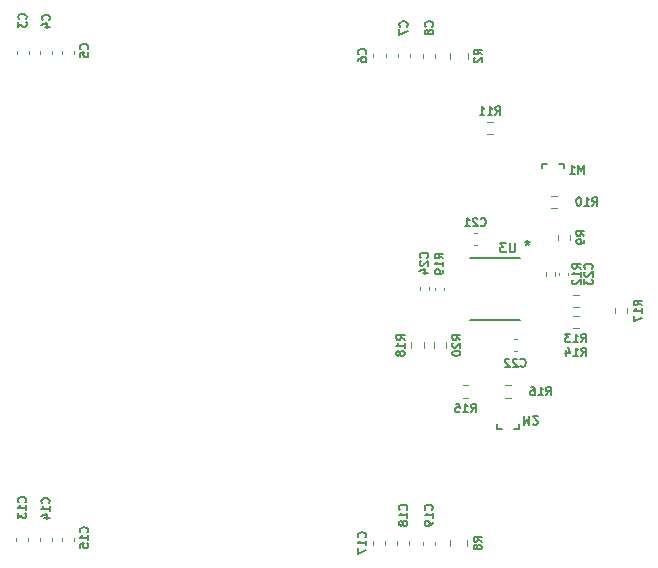
<source format=gbr>
%TF.GenerationSoftware,KiCad,Pcbnew,8.0.6*%
%TF.CreationDate,2025-05-16T11:43:59-04:00*%
%TF.ProjectId,PM5V_Telemetry_Cold_TPC,504d3556-5f54-4656-9c65-6d657472795f,rev?*%
%TF.SameCoordinates,Original*%
%TF.FileFunction,Legend,Bot*%
%TF.FilePolarity,Positive*%
%FSLAX46Y46*%
G04 Gerber Fmt 4.6, Leading zero omitted, Abs format (unit mm)*
G04 Created by KiCad (PCBNEW 8.0.6) date 2025-05-16 11:43:59*
%MOMM*%
%LPD*%
G01*
G04 APERTURE LIST*
%ADD10C,0.150000*%
%ADD11C,0.120000*%
%ADD12C,0.152400*%
G04 APERTURE END LIST*
D10*
X182791633Y-96408332D02*
X182458300Y-96174999D01*
X182791633Y-96008332D02*
X182091633Y-96008332D01*
X182091633Y-96008332D02*
X182091633Y-96274999D01*
X182091633Y-96274999D02*
X182124966Y-96341666D01*
X182124966Y-96341666D02*
X182158300Y-96374999D01*
X182158300Y-96374999D02*
X182224966Y-96408332D01*
X182224966Y-96408332D02*
X182324966Y-96408332D01*
X182324966Y-96408332D02*
X182391633Y-96374999D01*
X182391633Y-96374999D02*
X182424966Y-96341666D01*
X182424966Y-96341666D02*
X182458300Y-96274999D01*
X182458300Y-96274999D02*
X182458300Y-96008332D01*
X182391633Y-96808332D02*
X182358300Y-96741666D01*
X182358300Y-96741666D02*
X182324966Y-96708332D01*
X182324966Y-96708332D02*
X182258300Y-96674999D01*
X182258300Y-96674999D02*
X182224966Y-96674999D01*
X182224966Y-96674999D02*
X182158300Y-96708332D01*
X182158300Y-96708332D02*
X182124966Y-96741666D01*
X182124966Y-96741666D02*
X182091633Y-96808332D01*
X182091633Y-96808332D02*
X182091633Y-96941666D01*
X182091633Y-96941666D02*
X182124966Y-97008332D01*
X182124966Y-97008332D02*
X182158300Y-97041666D01*
X182158300Y-97041666D02*
X182224966Y-97074999D01*
X182224966Y-97074999D02*
X182258300Y-97074999D01*
X182258300Y-97074999D02*
X182324966Y-97041666D01*
X182324966Y-97041666D02*
X182358300Y-97008332D01*
X182358300Y-97008332D02*
X182391633Y-96941666D01*
X182391633Y-96941666D02*
X182391633Y-96808332D01*
X182391633Y-96808332D02*
X182424966Y-96741666D01*
X182424966Y-96741666D02*
X182458300Y-96708332D01*
X182458300Y-96708332D02*
X182524966Y-96674999D01*
X182524966Y-96674999D02*
X182658300Y-96674999D01*
X182658300Y-96674999D02*
X182724966Y-96708332D01*
X182724966Y-96708332D02*
X182758300Y-96741666D01*
X182758300Y-96741666D02*
X182791633Y-96808332D01*
X182791633Y-96808332D02*
X182791633Y-96941666D01*
X182791633Y-96941666D02*
X182758300Y-97008332D01*
X182758300Y-97008332D02*
X182724966Y-97041666D01*
X182724966Y-97041666D02*
X182658300Y-97074999D01*
X182658300Y-97074999D02*
X182524966Y-97074999D01*
X182524966Y-97074999D02*
X182458300Y-97041666D01*
X182458300Y-97041666D02*
X182424966Y-97008332D01*
X182424966Y-97008332D02*
X182391633Y-96941666D01*
X176254133Y-79339999D02*
X175920800Y-79106666D01*
X176254133Y-78939999D02*
X175554133Y-78939999D01*
X175554133Y-78939999D02*
X175554133Y-79206666D01*
X175554133Y-79206666D02*
X175587466Y-79273333D01*
X175587466Y-79273333D02*
X175620800Y-79306666D01*
X175620800Y-79306666D02*
X175687466Y-79339999D01*
X175687466Y-79339999D02*
X175787466Y-79339999D01*
X175787466Y-79339999D02*
X175854133Y-79306666D01*
X175854133Y-79306666D02*
X175887466Y-79273333D01*
X175887466Y-79273333D02*
X175920800Y-79206666D01*
X175920800Y-79206666D02*
X175920800Y-78939999D01*
X176254133Y-80006666D02*
X176254133Y-79606666D01*
X176254133Y-79806666D02*
X175554133Y-79806666D01*
X175554133Y-79806666D02*
X175654133Y-79739999D01*
X175654133Y-79739999D02*
X175720800Y-79673333D01*
X175720800Y-79673333D02*
X175754133Y-79606666D01*
X175854133Y-80406666D02*
X175820800Y-80340000D01*
X175820800Y-80340000D02*
X175787466Y-80306666D01*
X175787466Y-80306666D02*
X175720800Y-80273333D01*
X175720800Y-80273333D02*
X175687466Y-80273333D01*
X175687466Y-80273333D02*
X175620800Y-80306666D01*
X175620800Y-80306666D02*
X175587466Y-80340000D01*
X175587466Y-80340000D02*
X175554133Y-80406666D01*
X175554133Y-80406666D02*
X175554133Y-80540000D01*
X175554133Y-80540000D02*
X175587466Y-80606666D01*
X175587466Y-80606666D02*
X175620800Y-80640000D01*
X175620800Y-80640000D02*
X175687466Y-80673333D01*
X175687466Y-80673333D02*
X175720800Y-80673333D01*
X175720800Y-80673333D02*
X175787466Y-80640000D01*
X175787466Y-80640000D02*
X175820800Y-80606666D01*
X175820800Y-80606666D02*
X175854133Y-80540000D01*
X175854133Y-80540000D02*
X175854133Y-80406666D01*
X175854133Y-80406666D02*
X175887466Y-80340000D01*
X175887466Y-80340000D02*
X175920800Y-80306666D01*
X175920800Y-80306666D02*
X175987466Y-80273333D01*
X175987466Y-80273333D02*
X176120800Y-80273333D01*
X176120800Y-80273333D02*
X176187466Y-80306666D01*
X176187466Y-80306666D02*
X176220800Y-80340000D01*
X176220800Y-80340000D02*
X176254133Y-80406666D01*
X176254133Y-80406666D02*
X176254133Y-80540000D01*
X176254133Y-80540000D02*
X176220800Y-80606666D01*
X176220800Y-80606666D02*
X176187466Y-80640000D01*
X176187466Y-80640000D02*
X176120800Y-80673333D01*
X176120800Y-80673333D02*
X175987466Y-80673333D01*
X175987466Y-80673333D02*
X175920800Y-80640000D01*
X175920800Y-80640000D02*
X175887466Y-80606666D01*
X175887466Y-80606666D02*
X175854133Y-80540000D01*
X185597623Y-71122295D02*
X185597623Y-71769914D01*
X185597623Y-71769914D02*
X185559528Y-71846104D01*
X185559528Y-71846104D02*
X185521433Y-71884200D01*
X185521433Y-71884200D02*
X185445242Y-71922295D01*
X185445242Y-71922295D02*
X185292861Y-71922295D01*
X185292861Y-71922295D02*
X185216671Y-71884200D01*
X185216671Y-71884200D02*
X185178576Y-71846104D01*
X185178576Y-71846104D02*
X185140480Y-71769914D01*
X185140480Y-71769914D02*
X185140480Y-71122295D01*
X184835719Y-71122295D02*
X184340481Y-71122295D01*
X184340481Y-71122295D02*
X184607147Y-71427057D01*
X184607147Y-71427057D02*
X184492862Y-71427057D01*
X184492862Y-71427057D02*
X184416671Y-71465152D01*
X184416671Y-71465152D02*
X184378576Y-71503247D01*
X184378576Y-71503247D02*
X184340481Y-71579438D01*
X184340481Y-71579438D02*
X184340481Y-71769914D01*
X184340481Y-71769914D02*
X184378576Y-71846104D01*
X184378576Y-71846104D02*
X184416671Y-71884200D01*
X184416671Y-71884200D02*
X184492862Y-71922295D01*
X184492862Y-71922295D02*
X184721433Y-71922295D01*
X184721433Y-71922295D02*
X184797624Y-71884200D01*
X184797624Y-71884200D02*
X184835719Y-71846104D01*
X186655899Y-70898019D02*
X186655899Y-71136114D01*
X186893994Y-71040876D02*
X186655899Y-71136114D01*
X186655899Y-71136114D02*
X186417804Y-71040876D01*
X186798756Y-71326590D02*
X186655899Y-71136114D01*
X186655899Y-71136114D02*
X186513042Y-71326590D01*
X186655899Y-70898019D02*
X186655899Y-71136114D01*
X186893994Y-71040876D02*
X186655899Y-71136114D01*
X186655899Y-71136114D02*
X186417804Y-71040876D01*
X186798756Y-71326590D02*
X186655899Y-71136114D01*
X186655899Y-71136114D02*
X186513042Y-71326590D01*
X191193100Y-79526033D02*
X191426433Y-79192700D01*
X191593100Y-79526033D02*
X191593100Y-78826033D01*
X191593100Y-78826033D02*
X191326433Y-78826033D01*
X191326433Y-78826033D02*
X191259767Y-78859366D01*
X191259767Y-78859366D02*
X191226433Y-78892700D01*
X191226433Y-78892700D02*
X191193100Y-78959366D01*
X191193100Y-78959366D02*
X191193100Y-79059366D01*
X191193100Y-79059366D02*
X191226433Y-79126033D01*
X191226433Y-79126033D02*
X191259767Y-79159366D01*
X191259767Y-79159366D02*
X191326433Y-79192700D01*
X191326433Y-79192700D02*
X191593100Y-79192700D01*
X190526433Y-79526033D02*
X190926433Y-79526033D01*
X190726433Y-79526033D02*
X190726433Y-78826033D01*
X190726433Y-78826033D02*
X190793100Y-78926033D01*
X190793100Y-78926033D02*
X190859767Y-78992700D01*
X190859767Y-78992700D02*
X190926433Y-79026033D01*
X190293100Y-78826033D02*
X189859766Y-78826033D01*
X189859766Y-78826033D02*
X190093100Y-79092700D01*
X190093100Y-79092700D02*
X189993100Y-79092700D01*
X189993100Y-79092700D02*
X189926433Y-79126033D01*
X189926433Y-79126033D02*
X189893100Y-79159366D01*
X189893100Y-79159366D02*
X189859766Y-79226033D01*
X189859766Y-79226033D02*
X189859766Y-79392700D01*
X189859766Y-79392700D02*
X189893100Y-79459366D01*
X189893100Y-79459366D02*
X189926433Y-79492700D01*
X189926433Y-79492700D02*
X189993100Y-79526033D01*
X189993100Y-79526033D02*
X190193100Y-79526033D01*
X190193100Y-79526033D02*
X190259766Y-79492700D01*
X190259766Y-79492700D02*
X190293100Y-79459366D01*
X192097466Y-73299999D02*
X192130800Y-73266666D01*
X192130800Y-73266666D02*
X192164133Y-73166666D01*
X192164133Y-73166666D02*
X192164133Y-73099999D01*
X192164133Y-73099999D02*
X192130800Y-72999999D01*
X192130800Y-72999999D02*
X192064133Y-72933333D01*
X192064133Y-72933333D02*
X191997466Y-72899999D01*
X191997466Y-72899999D02*
X191864133Y-72866666D01*
X191864133Y-72866666D02*
X191764133Y-72866666D01*
X191764133Y-72866666D02*
X191630800Y-72899999D01*
X191630800Y-72899999D02*
X191564133Y-72933333D01*
X191564133Y-72933333D02*
X191497466Y-72999999D01*
X191497466Y-72999999D02*
X191464133Y-73099999D01*
X191464133Y-73099999D02*
X191464133Y-73166666D01*
X191464133Y-73166666D02*
X191497466Y-73266666D01*
X191497466Y-73266666D02*
X191530800Y-73299999D01*
X191530800Y-73566666D02*
X191497466Y-73599999D01*
X191497466Y-73599999D02*
X191464133Y-73666666D01*
X191464133Y-73666666D02*
X191464133Y-73833333D01*
X191464133Y-73833333D02*
X191497466Y-73899999D01*
X191497466Y-73899999D02*
X191530800Y-73933333D01*
X191530800Y-73933333D02*
X191597466Y-73966666D01*
X191597466Y-73966666D02*
X191664133Y-73966666D01*
X191664133Y-73966666D02*
X191764133Y-73933333D01*
X191764133Y-73933333D02*
X192164133Y-73533333D01*
X192164133Y-73533333D02*
X192164133Y-73966666D01*
X191464133Y-74200000D02*
X191464133Y-74633333D01*
X191464133Y-74633333D02*
X191730800Y-74400000D01*
X191730800Y-74400000D02*
X191730800Y-74500000D01*
X191730800Y-74500000D02*
X191764133Y-74566666D01*
X191764133Y-74566666D02*
X191797466Y-74600000D01*
X191797466Y-74600000D02*
X191864133Y-74633333D01*
X191864133Y-74633333D02*
X192030800Y-74633333D01*
X192030800Y-74633333D02*
X192097466Y-74600000D01*
X192097466Y-74600000D02*
X192130800Y-74566666D01*
X192130800Y-74566666D02*
X192164133Y-74500000D01*
X192164133Y-74500000D02*
X192164133Y-74300000D01*
X192164133Y-74300000D02*
X192130800Y-74233333D01*
X192130800Y-74233333D02*
X192097466Y-74200000D01*
X179514133Y-72429999D02*
X179180800Y-72196666D01*
X179514133Y-72029999D02*
X178814133Y-72029999D01*
X178814133Y-72029999D02*
X178814133Y-72296666D01*
X178814133Y-72296666D02*
X178847466Y-72363333D01*
X178847466Y-72363333D02*
X178880800Y-72396666D01*
X178880800Y-72396666D02*
X178947466Y-72429999D01*
X178947466Y-72429999D02*
X179047466Y-72429999D01*
X179047466Y-72429999D02*
X179114133Y-72396666D01*
X179114133Y-72396666D02*
X179147466Y-72363333D01*
X179147466Y-72363333D02*
X179180800Y-72296666D01*
X179180800Y-72296666D02*
X179180800Y-72029999D01*
X179514133Y-73096666D02*
X179514133Y-72696666D01*
X179514133Y-72896666D02*
X178814133Y-72896666D01*
X178814133Y-72896666D02*
X178914133Y-72829999D01*
X178914133Y-72829999D02*
X178980800Y-72763333D01*
X178980800Y-72763333D02*
X179014133Y-72696666D01*
X179514133Y-73430000D02*
X179514133Y-73563333D01*
X179514133Y-73563333D02*
X179480800Y-73630000D01*
X179480800Y-73630000D02*
X179447466Y-73663333D01*
X179447466Y-73663333D02*
X179347466Y-73730000D01*
X179347466Y-73730000D02*
X179214133Y-73763333D01*
X179214133Y-73763333D02*
X178947466Y-73763333D01*
X178947466Y-73763333D02*
X178880800Y-73730000D01*
X178880800Y-73730000D02*
X178847466Y-73696666D01*
X178847466Y-73696666D02*
X178814133Y-73630000D01*
X178814133Y-73630000D02*
X178814133Y-73496666D01*
X178814133Y-73496666D02*
X178847466Y-73430000D01*
X178847466Y-73430000D02*
X178880800Y-73396666D01*
X178880800Y-73396666D02*
X178947466Y-73363333D01*
X178947466Y-73363333D02*
X179114133Y-73363333D01*
X179114133Y-73363333D02*
X179180800Y-73396666D01*
X179180800Y-73396666D02*
X179214133Y-73430000D01*
X179214133Y-73430000D02*
X179247466Y-73496666D01*
X179247466Y-73496666D02*
X179247466Y-73630000D01*
X179247466Y-73630000D02*
X179214133Y-73696666D01*
X179214133Y-73696666D02*
X179180800Y-73730000D01*
X179180800Y-73730000D02*
X179114133Y-73763333D01*
X149374966Y-95615000D02*
X149408300Y-95581667D01*
X149408300Y-95581667D02*
X149441633Y-95481667D01*
X149441633Y-95481667D02*
X149441633Y-95415000D01*
X149441633Y-95415000D02*
X149408300Y-95315000D01*
X149408300Y-95315000D02*
X149341633Y-95248334D01*
X149341633Y-95248334D02*
X149274966Y-95215000D01*
X149274966Y-95215000D02*
X149141633Y-95181667D01*
X149141633Y-95181667D02*
X149041633Y-95181667D01*
X149041633Y-95181667D02*
X148908300Y-95215000D01*
X148908300Y-95215000D02*
X148841633Y-95248334D01*
X148841633Y-95248334D02*
X148774966Y-95315000D01*
X148774966Y-95315000D02*
X148741633Y-95415000D01*
X148741633Y-95415000D02*
X148741633Y-95481667D01*
X148741633Y-95481667D02*
X148774966Y-95581667D01*
X148774966Y-95581667D02*
X148808300Y-95615000D01*
X149441633Y-96281667D02*
X149441633Y-95881667D01*
X149441633Y-96081667D02*
X148741633Y-96081667D01*
X148741633Y-96081667D02*
X148841633Y-96015000D01*
X148841633Y-96015000D02*
X148908300Y-95948334D01*
X148908300Y-95948334D02*
X148941633Y-95881667D01*
X148741633Y-96915001D02*
X148741633Y-96581667D01*
X148741633Y-96581667D02*
X149074966Y-96548334D01*
X149074966Y-96548334D02*
X149041633Y-96581667D01*
X149041633Y-96581667D02*
X149008300Y-96648334D01*
X149008300Y-96648334D02*
X149008300Y-96815001D01*
X149008300Y-96815001D02*
X149041633Y-96881667D01*
X149041633Y-96881667D02*
X149074966Y-96915001D01*
X149074966Y-96915001D02*
X149141633Y-96948334D01*
X149141633Y-96948334D02*
X149308300Y-96948334D01*
X149308300Y-96948334D02*
X149374966Y-96915001D01*
X149374966Y-96915001D02*
X149408300Y-96881667D01*
X149408300Y-96881667D02*
X149441633Y-96815001D01*
X149441633Y-96815001D02*
X149441633Y-96648334D01*
X149441633Y-96648334D02*
X149408300Y-96581667D01*
X149408300Y-96581667D02*
X149374966Y-96548334D01*
X149407466Y-54703333D02*
X149440800Y-54670000D01*
X149440800Y-54670000D02*
X149474133Y-54570000D01*
X149474133Y-54570000D02*
X149474133Y-54503333D01*
X149474133Y-54503333D02*
X149440800Y-54403333D01*
X149440800Y-54403333D02*
X149374133Y-54336667D01*
X149374133Y-54336667D02*
X149307466Y-54303333D01*
X149307466Y-54303333D02*
X149174133Y-54270000D01*
X149174133Y-54270000D02*
X149074133Y-54270000D01*
X149074133Y-54270000D02*
X148940800Y-54303333D01*
X148940800Y-54303333D02*
X148874133Y-54336667D01*
X148874133Y-54336667D02*
X148807466Y-54403333D01*
X148807466Y-54403333D02*
X148774133Y-54503333D01*
X148774133Y-54503333D02*
X148774133Y-54570000D01*
X148774133Y-54570000D02*
X148807466Y-54670000D01*
X148807466Y-54670000D02*
X148840800Y-54703333D01*
X148774133Y-55336667D02*
X148774133Y-55003333D01*
X148774133Y-55003333D02*
X149107466Y-54970000D01*
X149107466Y-54970000D02*
X149074133Y-55003333D01*
X149074133Y-55003333D02*
X149040800Y-55070000D01*
X149040800Y-55070000D02*
X149040800Y-55236667D01*
X149040800Y-55236667D02*
X149074133Y-55303333D01*
X149074133Y-55303333D02*
X149107466Y-55336667D01*
X149107466Y-55336667D02*
X149174133Y-55370000D01*
X149174133Y-55370000D02*
X149340800Y-55370000D01*
X149340800Y-55370000D02*
X149407466Y-55336667D01*
X149407466Y-55336667D02*
X149440800Y-55303333D01*
X149440800Y-55303333D02*
X149474133Y-55236667D01*
X149474133Y-55236667D02*
X149474133Y-55070000D01*
X149474133Y-55070000D02*
X149440800Y-55003333D01*
X149440800Y-55003333D02*
X149407466Y-54970000D01*
X172914966Y-96054999D02*
X172948300Y-96021666D01*
X172948300Y-96021666D02*
X172981633Y-95921666D01*
X172981633Y-95921666D02*
X172981633Y-95854999D01*
X172981633Y-95854999D02*
X172948300Y-95754999D01*
X172948300Y-95754999D02*
X172881633Y-95688333D01*
X172881633Y-95688333D02*
X172814966Y-95654999D01*
X172814966Y-95654999D02*
X172681633Y-95621666D01*
X172681633Y-95621666D02*
X172581633Y-95621666D01*
X172581633Y-95621666D02*
X172448300Y-95654999D01*
X172448300Y-95654999D02*
X172381633Y-95688333D01*
X172381633Y-95688333D02*
X172314966Y-95754999D01*
X172314966Y-95754999D02*
X172281633Y-95854999D01*
X172281633Y-95854999D02*
X172281633Y-95921666D01*
X172281633Y-95921666D02*
X172314966Y-96021666D01*
X172314966Y-96021666D02*
X172348300Y-96054999D01*
X172981633Y-96721666D02*
X172981633Y-96321666D01*
X172981633Y-96521666D02*
X172281633Y-96521666D01*
X172281633Y-96521666D02*
X172381633Y-96454999D01*
X172381633Y-96454999D02*
X172448300Y-96388333D01*
X172448300Y-96388333D02*
X172481633Y-96321666D01*
X172281633Y-96955000D02*
X172281633Y-97421666D01*
X172281633Y-97421666D02*
X172981633Y-97121666D01*
X191424765Y-65261033D02*
X191424765Y-64561033D01*
X191424765Y-64561033D02*
X191191432Y-65061033D01*
X191191432Y-65061033D02*
X190958098Y-64561033D01*
X190958098Y-64561033D02*
X190958098Y-65261033D01*
X190258098Y-65261033D02*
X190658098Y-65261033D01*
X190458098Y-65261033D02*
X190458098Y-64561033D01*
X190458098Y-64561033D02*
X190524765Y-64661033D01*
X190524765Y-64661033D02*
X190591432Y-64727700D01*
X190591432Y-64727700D02*
X190658098Y-64761033D01*
X182688100Y-69629366D02*
X182721433Y-69662700D01*
X182721433Y-69662700D02*
X182821433Y-69696033D01*
X182821433Y-69696033D02*
X182888100Y-69696033D01*
X182888100Y-69696033D02*
X182988100Y-69662700D01*
X182988100Y-69662700D02*
X183054767Y-69596033D01*
X183054767Y-69596033D02*
X183088100Y-69529366D01*
X183088100Y-69529366D02*
X183121433Y-69396033D01*
X183121433Y-69396033D02*
X183121433Y-69296033D01*
X183121433Y-69296033D02*
X183088100Y-69162700D01*
X183088100Y-69162700D02*
X183054767Y-69096033D01*
X183054767Y-69096033D02*
X182988100Y-69029366D01*
X182988100Y-69029366D02*
X182888100Y-68996033D01*
X182888100Y-68996033D02*
X182821433Y-68996033D01*
X182821433Y-68996033D02*
X182721433Y-69029366D01*
X182721433Y-69029366D02*
X182688100Y-69062700D01*
X182421433Y-69062700D02*
X182388100Y-69029366D01*
X182388100Y-69029366D02*
X182321433Y-68996033D01*
X182321433Y-68996033D02*
X182154767Y-68996033D01*
X182154767Y-68996033D02*
X182088100Y-69029366D01*
X182088100Y-69029366D02*
X182054767Y-69062700D01*
X182054767Y-69062700D02*
X182021433Y-69129366D01*
X182021433Y-69129366D02*
X182021433Y-69196033D01*
X182021433Y-69196033D02*
X182054767Y-69296033D01*
X182054767Y-69296033D02*
X182454767Y-69696033D01*
X182454767Y-69696033D02*
X182021433Y-69696033D01*
X181354766Y-69696033D02*
X181754766Y-69696033D01*
X181554766Y-69696033D02*
X181554766Y-68996033D01*
X181554766Y-68996033D02*
X181621433Y-69096033D01*
X181621433Y-69096033D02*
X181688100Y-69162700D01*
X181688100Y-69162700D02*
X181754766Y-69196033D01*
X186361433Y-85808966D02*
X186361433Y-86508966D01*
X186361433Y-86508966D02*
X186594767Y-86008966D01*
X186594767Y-86008966D02*
X186828100Y-86508966D01*
X186828100Y-86508966D02*
X186828100Y-85808966D01*
X187128100Y-86442300D02*
X187161433Y-86475633D01*
X187161433Y-86475633D02*
X187228100Y-86508966D01*
X187228100Y-86508966D02*
X187394767Y-86508966D01*
X187394767Y-86508966D02*
X187461433Y-86475633D01*
X187461433Y-86475633D02*
X187494767Y-86442300D01*
X187494767Y-86442300D02*
X187528100Y-86375633D01*
X187528100Y-86375633D02*
X187528100Y-86308966D01*
X187528100Y-86308966D02*
X187494767Y-86208966D01*
X187494767Y-86208966D02*
X187094767Y-85808966D01*
X187094767Y-85808966D02*
X187528100Y-85808966D01*
X186058100Y-81539366D02*
X186091433Y-81572700D01*
X186091433Y-81572700D02*
X186191433Y-81606033D01*
X186191433Y-81606033D02*
X186258100Y-81606033D01*
X186258100Y-81606033D02*
X186358100Y-81572700D01*
X186358100Y-81572700D02*
X186424767Y-81506033D01*
X186424767Y-81506033D02*
X186458100Y-81439366D01*
X186458100Y-81439366D02*
X186491433Y-81306033D01*
X186491433Y-81306033D02*
X186491433Y-81206033D01*
X186491433Y-81206033D02*
X186458100Y-81072700D01*
X186458100Y-81072700D02*
X186424767Y-81006033D01*
X186424767Y-81006033D02*
X186358100Y-80939366D01*
X186358100Y-80939366D02*
X186258100Y-80906033D01*
X186258100Y-80906033D02*
X186191433Y-80906033D01*
X186191433Y-80906033D02*
X186091433Y-80939366D01*
X186091433Y-80939366D02*
X186058100Y-80972700D01*
X185791433Y-80972700D02*
X185758100Y-80939366D01*
X185758100Y-80939366D02*
X185691433Y-80906033D01*
X185691433Y-80906033D02*
X185524767Y-80906033D01*
X185524767Y-80906033D02*
X185458100Y-80939366D01*
X185458100Y-80939366D02*
X185424767Y-80972700D01*
X185424767Y-80972700D02*
X185391433Y-81039366D01*
X185391433Y-81039366D02*
X185391433Y-81106033D01*
X185391433Y-81106033D02*
X185424767Y-81206033D01*
X185424767Y-81206033D02*
X185824767Y-81606033D01*
X185824767Y-81606033D02*
X185391433Y-81606033D01*
X185124766Y-80972700D02*
X185091433Y-80939366D01*
X185091433Y-80939366D02*
X185024766Y-80906033D01*
X185024766Y-80906033D02*
X184858100Y-80906033D01*
X184858100Y-80906033D02*
X184791433Y-80939366D01*
X184791433Y-80939366D02*
X184758100Y-80972700D01*
X184758100Y-80972700D02*
X184724766Y-81039366D01*
X184724766Y-81039366D02*
X184724766Y-81106033D01*
X184724766Y-81106033D02*
X184758100Y-81206033D01*
X184758100Y-81206033D02*
X185158100Y-81606033D01*
X185158100Y-81606033D02*
X184724766Y-81606033D01*
X180984133Y-79334999D02*
X180650800Y-79101666D01*
X180984133Y-78934999D02*
X180284133Y-78934999D01*
X180284133Y-78934999D02*
X180284133Y-79201666D01*
X180284133Y-79201666D02*
X180317466Y-79268333D01*
X180317466Y-79268333D02*
X180350800Y-79301666D01*
X180350800Y-79301666D02*
X180417466Y-79334999D01*
X180417466Y-79334999D02*
X180517466Y-79334999D01*
X180517466Y-79334999D02*
X180584133Y-79301666D01*
X180584133Y-79301666D02*
X180617466Y-79268333D01*
X180617466Y-79268333D02*
X180650800Y-79201666D01*
X180650800Y-79201666D02*
X180650800Y-78934999D01*
X180350800Y-79601666D02*
X180317466Y-79634999D01*
X180317466Y-79634999D02*
X180284133Y-79701666D01*
X180284133Y-79701666D02*
X180284133Y-79868333D01*
X180284133Y-79868333D02*
X180317466Y-79934999D01*
X180317466Y-79934999D02*
X180350800Y-79968333D01*
X180350800Y-79968333D02*
X180417466Y-80001666D01*
X180417466Y-80001666D02*
X180484133Y-80001666D01*
X180484133Y-80001666D02*
X180584133Y-79968333D01*
X180584133Y-79968333D02*
X180984133Y-79568333D01*
X180984133Y-79568333D02*
X180984133Y-80001666D01*
X180284133Y-80435000D02*
X180284133Y-80501666D01*
X180284133Y-80501666D02*
X180317466Y-80568333D01*
X180317466Y-80568333D02*
X180350800Y-80601666D01*
X180350800Y-80601666D02*
X180417466Y-80635000D01*
X180417466Y-80635000D02*
X180550800Y-80668333D01*
X180550800Y-80668333D02*
X180717466Y-80668333D01*
X180717466Y-80668333D02*
X180850800Y-80635000D01*
X180850800Y-80635000D02*
X180917466Y-80601666D01*
X180917466Y-80601666D02*
X180950800Y-80568333D01*
X180950800Y-80568333D02*
X180984133Y-80501666D01*
X180984133Y-80501666D02*
X180984133Y-80435000D01*
X180984133Y-80435000D02*
X180950800Y-80368333D01*
X180950800Y-80368333D02*
X180917466Y-80335000D01*
X180917466Y-80335000D02*
X180850800Y-80301666D01*
X180850800Y-80301666D02*
X180717466Y-80268333D01*
X180717466Y-80268333D02*
X180550800Y-80268333D01*
X180550800Y-80268333D02*
X180417466Y-80301666D01*
X180417466Y-80301666D02*
X180350800Y-80335000D01*
X180350800Y-80335000D02*
X180317466Y-80368333D01*
X180317466Y-80368333D02*
X180284133Y-80435000D01*
X176447466Y-52803333D02*
X176480800Y-52770000D01*
X176480800Y-52770000D02*
X176514133Y-52670000D01*
X176514133Y-52670000D02*
X176514133Y-52603333D01*
X176514133Y-52603333D02*
X176480800Y-52503333D01*
X176480800Y-52503333D02*
X176414133Y-52436667D01*
X176414133Y-52436667D02*
X176347466Y-52403333D01*
X176347466Y-52403333D02*
X176214133Y-52370000D01*
X176214133Y-52370000D02*
X176114133Y-52370000D01*
X176114133Y-52370000D02*
X175980800Y-52403333D01*
X175980800Y-52403333D02*
X175914133Y-52436667D01*
X175914133Y-52436667D02*
X175847466Y-52503333D01*
X175847466Y-52503333D02*
X175814133Y-52603333D01*
X175814133Y-52603333D02*
X175814133Y-52670000D01*
X175814133Y-52670000D02*
X175847466Y-52770000D01*
X175847466Y-52770000D02*
X175880800Y-52803333D01*
X175814133Y-53036667D02*
X175814133Y-53503333D01*
X175814133Y-53503333D02*
X176514133Y-53203333D01*
X191484133Y-70533333D02*
X191150800Y-70300000D01*
X191484133Y-70133333D02*
X190784133Y-70133333D01*
X190784133Y-70133333D02*
X190784133Y-70400000D01*
X190784133Y-70400000D02*
X190817466Y-70466667D01*
X190817466Y-70466667D02*
X190850800Y-70500000D01*
X190850800Y-70500000D02*
X190917466Y-70533333D01*
X190917466Y-70533333D02*
X191017466Y-70533333D01*
X191017466Y-70533333D02*
X191084133Y-70500000D01*
X191084133Y-70500000D02*
X191117466Y-70466667D01*
X191117466Y-70466667D02*
X191150800Y-70400000D01*
X191150800Y-70400000D02*
X191150800Y-70133333D01*
X191484133Y-70866667D02*
X191484133Y-71000000D01*
X191484133Y-71000000D02*
X191450800Y-71066667D01*
X191450800Y-71066667D02*
X191417466Y-71100000D01*
X191417466Y-71100000D02*
X191317466Y-71166667D01*
X191317466Y-71166667D02*
X191184133Y-71200000D01*
X191184133Y-71200000D02*
X190917466Y-71200000D01*
X190917466Y-71200000D02*
X190850800Y-71166667D01*
X190850800Y-71166667D02*
X190817466Y-71133333D01*
X190817466Y-71133333D02*
X190784133Y-71066667D01*
X190784133Y-71066667D02*
X190784133Y-70933333D01*
X190784133Y-70933333D02*
X190817466Y-70866667D01*
X190817466Y-70866667D02*
X190850800Y-70833333D01*
X190850800Y-70833333D02*
X190917466Y-70800000D01*
X190917466Y-70800000D02*
X191084133Y-70800000D01*
X191084133Y-70800000D02*
X191150800Y-70833333D01*
X191150800Y-70833333D02*
X191184133Y-70866667D01*
X191184133Y-70866667D02*
X191217466Y-70933333D01*
X191217466Y-70933333D02*
X191217466Y-71066667D01*
X191217466Y-71066667D02*
X191184133Y-71133333D01*
X191184133Y-71133333D02*
X191150800Y-71166667D01*
X191150800Y-71166667D02*
X191084133Y-71200000D01*
X182824133Y-55163333D02*
X182490800Y-54930000D01*
X182824133Y-54763333D02*
X182124133Y-54763333D01*
X182124133Y-54763333D02*
X182124133Y-55030000D01*
X182124133Y-55030000D02*
X182157466Y-55096667D01*
X182157466Y-55096667D02*
X182190800Y-55130000D01*
X182190800Y-55130000D02*
X182257466Y-55163333D01*
X182257466Y-55163333D02*
X182357466Y-55163333D01*
X182357466Y-55163333D02*
X182424133Y-55130000D01*
X182424133Y-55130000D02*
X182457466Y-55096667D01*
X182457466Y-55096667D02*
X182490800Y-55030000D01*
X182490800Y-55030000D02*
X182490800Y-54763333D01*
X182190800Y-55430000D02*
X182157466Y-55463333D01*
X182157466Y-55463333D02*
X182124133Y-55530000D01*
X182124133Y-55530000D02*
X182124133Y-55696667D01*
X182124133Y-55696667D02*
X182157466Y-55763333D01*
X182157466Y-55763333D02*
X182190800Y-55796667D01*
X182190800Y-55796667D02*
X182257466Y-55830000D01*
X182257466Y-55830000D02*
X182324133Y-55830000D01*
X182324133Y-55830000D02*
X182424133Y-55796667D01*
X182424133Y-55796667D02*
X182824133Y-55396667D01*
X182824133Y-55396667D02*
X182824133Y-55830000D01*
X146167466Y-52233333D02*
X146200800Y-52200000D01*
X146200800Y-52200000D02*
X146234133Y-52100000D01*
X146234133Y-52100000D02*
X146234133Y-52033333D01*
X146234133Y-52033333D02*
X146200800Y-51933333D01*
X146200800Y-51933333D02*
X146134133Y-51866667D01*
X146134133Y-51866667D02*
X146067466Y-51833333D01*
X146067466Y-51833333D02*
X145934133Y-51800000D01*
X145934133Y-51800000D02*
X145834133Y-51800000D01*
X145834133Y-51800000D02*
X145700800Y-51833333D01*
X145700800Y-51833333D02*
X145634133Y-51866667D01*
X145634133Y-51866667D02*
X145567466Y-51933333D01*
X145567466Y-51933333D02*
X145534133Y-52033333D01*
X145534133Y-52033333D02*
X145534133Y-52100000D01*
X145534133Y-52100000D02*
X145567466Y-52200000D01*
X145567466Y-52200000D02*
X145600800Y-52233333D01*
X145767466Y-52833333D02*
X146234133Y-52833333D01*
X145500800Y-52666667D02*
X146000800Y-52500000D01*
X146000800Y-52500000D02*
X146000800Y-52933333D01*
X178607466Y-52803333D02*
X178640800Y-52770000D01*
X178640800Y-52770000D02*
X178674133Y-52670000D01*
X178674133Y-52670000D02*
X178674133Y-52603333D01*
X178674133Y-52603333D02*
X178640800Y-52503333D01*
X178640800Y-52503333D02*
X178574133Y-52436667D01*
X178574133Y-52436667D02*
X178507466Y-52403333D01*
X178507466Y-52403333D02*
X178374133Y-52370000D01*
X178374133Y-52370000D02*
X178274133Y-52370000D01*
X178274133Y-52370000D02*
X178140800Y-52403333D01*
X178140800Y-52403333D02*
X178074133Y-52436667D01*
X178074133Y-52436667D02*
X178007466Y-52503333D01*
X178007466Y-52503333D02*
X177974133Y-52603333D01*
X177974133Y-52603333D02*
X177974133Y-52670000D01*
X177974133Y-52670000D02*
X178007466Y-52770000D01*
X178007466Y-52770000D02*
X178040800Y-52803333D01*
X178274133Y-53203333D02*
X178240800Y-53136667D01*
X178240800Y-53136667D02*
X178207466Y-53103333D01*
X178207466Y-53103333D02*
X178140800Y-53070000D01*
X178140800Y-53070000D02*
X178107466Y-53070000D01*
X178107466Y-53070000D02*
X178040800Y-53103333D01*
X178040800Y-53103333D02*
X178007466Y-53136667D01*
X178007466Y-53136667D02*
X177974133Y-53203333D01*
X177974133Y-53203333D02*
X177974133Y-53336667D01*
X177974133Y-53336667D02*
X178007466Y-53403333D01*
X178007466Y-53403333D02*
X178040800Y-53436667D01*
X178040800Y-53436667D02*
X178107466Y-53470000D01*
X178107466Y-53470000D02*
X178140800Y-53470000D01*
X178140800Y-53470000D02*
X178207466Y-53436667D01*
X178207466Y-53436667D02*
X178240800Y-53403333D01*
X178240800Y-53403333D02*
X178274133Y-53336667D01*
X178274133Y-53336667D02*
X178274133Y-53203333D01*
X178274133Y-53203333D02*
X178307466Y-53136667D01*
X178307466Y-53136667D02*
X178340800Y-53103333D01*
X178340800Y-53103333D02*
X178407466Y-53070000D01*
X178407466Y-53070000D02*
X178540800Y-53070000D01*
X178540800Y-53070000D02*
X178607466Y-53103333D01*
X178607466Y-53103333D02*
X178640800Y-53136667D01*
X178640800Y-53136667D02*
X178674133Y-53203333D01*
X178674133Y-53203333D02*
X178674133Y-53336667D01*
X178674133Y-53336667D02*
X178640800Y-53403333D01*
X178640800Y-53403333D02*
X178607466Y-53436667D01*
X178607466Y-53436667D02*
X178540800Y-53470000D01*
X178540800Y-53470000D02*
X178407466Y-53470000D01*
X178407466Y-53470000D02*
X178340800Y-53436667D01*
X178340800Y-53436667D02*
X178307466Y-53403333D01*
X178307466Y-53403333D02*
X178274133Y-53336667D01*
X196344133Y-76399999D02*
X196010800Y-76166666D01*
X196344133Y-75999999D02*
X195644133Y-75999999D01*
X195644133Y-75999999D02*
X195644133Y-76266666D01*
X195644133Y-76266666D02*
X195677466Y-76333333D01*
X195677466Y-76333333D02*
X195710800Y-76366666D01*
X195710800Y-76366666D02*
X195777466Y-76399999D01*
X195777466Y-76399999D02*
X195877466Y-76399999D01*
X195877466Y-76399999D02*
X195944133Y-76366666D01*
X195944133Y-76366666D02*
X195977466Y-76333333D01*
X195977466Y-76333333D02*
X196010800Y-76266666D01*
X196010800Y-76266666D02*
X196010800Y-75999999D01*
X196344133Y-77066666D02*
X196344133Y-76666666D01*
X196344133Y-76866666D02*
X195644133Y-76866666D01*
X195644133Y-76866666D02*
X195744133Y-76799999D01*
X195744133Y-76799999D02*
X195810800Y-76733333D01*
X195810800Y-76733333D02*
X195844133Y-76666666D01*
X195644133Y-77300000D02*
X195644133Y-77766666D01*
X195644133Y-77766666D02*
X196344133Y-77466666D01*
X146134965Y-93145000D02*
X146168299Y-93111667D01*
X146168299Y-93111667D02*
X146201632Y-93011667D01*
X146201632Y-93011667D02*
X146201632Y-92945000D01*
X146201632Y-92945000D02*
X146168299Y-92845000D01*
X146168299Y-92845000D02*
X146101632Y-92778334D01*
X146101632Y-92778334D02*
X146034965Y-92745000D01*
X146034965Y-92745000D02*
X145901632Y-92711667D01*
X145901632Y-92711667D02*
X145801632Y-92711667D01*
X145801632Y-92711667D02*
X145668299Y-92745000D01*
X145668299Y-92745000D02*
X145601632Y-92778334D01*
X145601632Y-92778334D02*
X145534965Y-92845000D01*
X145534965Y-92845000D02*
X145501632Y-92945000D01*
X145501632Y-92945000D02*
X145501632Y-93011667D01*
X145501632Y-93011667D02*
X145534965Y-93111667D01*
X145534965Y-93111667D02*
X145568299Y-93145000D01*
X146201632Y-93811667D02*
X146201632Y-93411667D01*
X146201632Y-93611667D02*
X145501632Y-93611667D01*
X145501632Y-93611667D02*
X145601632Y-93545000D01*
X145601632Y-93545000D02*
X145668299Y-93478334D01*
X145668299Y-93478334D02*
X145701632Y-93411667D01*
X145734965Y-94411667D02*
X146201632Y-94411667D01*
X145468299Y-94245001D02*
X145968299Y-94078334D01*
X145968299Y-94078334D02*
X145968299Y-94511667D01*
X191154133Y-73299999D02*
X190820800Y-73066666D01*
X191154133Y-72899999D02*
X190454133Y-72899999D01*
X190454133Y-72899999D02*
X190454133Y-73166666D01*
X190454133Y-73166666D02*
X190487466Y-73233333D01*
X190487466Y-73233333D02*
X190520800Y-73266666D01*
X190520800Y-73266666D02*
X190587466Y-73299999D01*
X190587466Y-73299999D02*
X190687466Y-73299999D01*
X190687466Y-73299999D02*
X190754133Y-73266666D01*
X190754133Y-73266666D02*
X190787466Y-73233333D01*
X190787466Y-73233333D02*
X190820800Y-73166666D01*
X190820800Y-73166666D02*
X190820800Y-72899999D01*
X191154133Y-73966666D02*
X191154133Y-73566666D01*
X191154133Y-73766666D02*
X190454133Y-73766666D01*
X190454133Y-73766666D02*
X190554133Y-73699999D01*
X190554133Y-73699999D02*
X190620800Y-73633333D01*
X190620800Y-73633333D02*
X190654133Y-73566666D01*
X190520800Y-74233333D02*
X190487466Y-74266666D01*
X190487466Y-74266666D02*
X190454133Y-74333333D01*
X190454133Y-74333333D02*
X190454133Y-74500000D01*
X190454133Y-74500000D02*
X190487466Y-74566666D01*
X190487466Y-74566666D02*
X190520800Y-74600000D01*
X190520800Y-74600000D02*
X190587466Y-74633333D01*
X190587466Y-74633333D02*
X190654133Y-74633333D01*
X190654133Y-74633333D02*
X190754133Y-74600000D01*
X190754133Y-74600000D02*
X191154133Y-74200000D01*
X191154133Y-74200000D02*
X191154133Y-74633333D01*
X181868100Y-85446033D02*
X182101433Y-85112700D01*
X182268100Y-85446033D02*
X182268100Y-84746033D01*
X182268100Y-84746033D02*
X182001433Y-84746033D01*
X182001433Y-84746033D02*
X181934767Y-84779366D01*
X181934767Y-84779366D02*
X181901433Y-84812700D01*
X181901433Y-84812700D02*
X181868100Y-84879366D01*
X181868100Y-84879366D02*
X181868100Y-84979366D01*
X181868100Y-84979366D02*
X181901433Y-85046033D01*
X181901433Y-85046033D02*
X181934767Y-85079366D01*
X181934767Y-85079366D02*
X182001433Y-85112700D01*
X182001433Y-85112700D02*
X182268100Y-85112700D01*
X181201433Y-85446033D02*
X181601433Y-85446033D01*
X181401433Y-85446033D02*
X181401433Y-84746033D01*
X181401433Y-84746033D02*
X181468100Y-84846033D01*
X181468100Y-84846033D02*
X181534767Y-84912700D01*
X181534767Y-84912700D02*
X181601433Y-84946033D01*
X180568100Y-84746033D02*
X180901433Y-84746033D01*
X180901433Y-84746033D02*
X180934766Y-85079366D01*
X180934766Y-85079366D02*
X180901433Y-85046033D01*
X180901433Y-85046033D02*
X180834766Y-85012700D01*
X180834766Y-85012700D02*
X180668100Y-85012700D01*
X180668100Y-85012700D02*
X180601433Y-85046033D01*
X180601433Y-85046033D02*
X180568100Y-85079366D01*
X180568100Y-85079366D02*
X180534766Y-85146033D01*
X180534766Y-85146033D02*
X180534766Y-85312700D01*
X180534766Y-85312700D02*
X180568100Y-85379366D01*
X180568100Y-85379366D02*
X180601433Y-85412700D01*
X180601433Y-85412700D02*
X180668100Y-85446033D01*
X180668100Y-85446033D02*
X180834766Y-85446033D01*
X180834766Y-85446033D02*
X180901433Y-85412700D01*
X180901433Y-85412700D02*
X180934766Y-85379366D01*
X176414965Y-93714998D02*
X176448299Y-93681665D01*
X176448299Y-93681665D02*
X176481632Y-93581665D01*
X176481632Y-93581665D02*
X176481632Y-93514998D01*
X176481632Y-93514998D02*
X176448299Y-93414998D01*
X176448299Y-93414998D02*
X176381632Y-93348332D01*
X176381632Y-93348332D02*
X176314965Y-93314998D01*
X176314965Y-93314998D02*
X176181632Y-93281665D01*
X176181632Y-93281665D02*
X176081632Y-93281665D01*
X176081632Y-93281665D02*
X175948299Y-93314998D01*
X175948299Y-93314998D02*
X175881632Y-93348332D01*
X175881632Y-93348332D02*
X175814965Y-93414998D01*
X175814965Y-93414998D02*
X175781632Y-93514998D01*
X175781632Y-93514998D02*
X175781632Y-93581665D01*
X175781632Y-93581665D02*
X175814965Y-93681665D01*
X175814965Y-93681665D02*
X175848299Y-93714998D01*
X176481632Y-94381665D02*
X176481632Y-93981665D01*
X176481632Y-94181665D02*
X175781632Y-94181665D01*
X175781632Y-94181665D02*
X175881632Y-94114998D01*
X175881632Y-94114998D02*
X175948299Y-94048332D01*
X175948299Y-94048332D02*
X175981632Y-93981665D01*
X176081632Y-94781665D02*
X176048299Y-94714999D01*
X176048299Y-94714999D02*
X176014965Y-94681665D01*
X176014965Y-94681665D02*
X175948299Y-94648332D01*
X175948299Y-94648332D02*
X175914965Y-94648332D01*
X175914965Y-94648332D02*
X175848299Y-94681665D01*
X175848299Y-94681665D02*
X175814965Y-94714999D01*
X175814965Y-94714999D02*
X175781632Y-94781665D01*
X175781632Y-94781665D02*
X175781632Y-94914999D01*
X175781632Y-94914999D02*
X175814965Y-94981665D01*
X175814965Y-94981665D02*
X175848299Y-95014999D01*
X175848299Y-95014999D02*
X175914965Y-95048332D01*
X175914965Y-95048332D02*
X175948299Y-95048332D01*
X175948299Y-95048332D02*
X176014965Y-95014999D01*
X176014965Y-95014999D02*
X176048299Y-94981665D01*
X176048299Y-94981665D02*
X176081632Y-94914999D01*
X176081632Y-94914999D02*
X176081632Y-94781665D01*
X176081632Y-94781665D02*
X176114965Y-94714999D01*
X176114965Y-94714999D02*
X176148299Y-94681665D01*
X176148299Y-94681665D02*
X176214965Y-94648332D01*
X176214965Y-94648332D02*
X176348299Y-94648332D01*
X176348299Y-94648332D02*
X176414965Y-94681665D01*
X176414965Y-94681665D02*
X176448299Y-94714999D01*
X176448299Y-94714999D02*
X176481632Y-94781665D01*
X176481632Y-94781665D02*
X176481632Y-94914999D01*
X176481632Y-94914999D02*
X176448299Y-94981665D01*
X176448299Y-94981665D02*
X176414965Y-95014999D01*
X176414965Y-95014999D02*
X176348299Y-95048332D01*
X176348299Y-95048332D02*
X176214965Y-95048332D01*
X176214965Y-95048332D02*
X176148299Y-95014999D01*
X176148299Y-95014999D02*
X176114965Y-94981665D01*
X176114965Y-94981665D02*
X176081632Y-94914999D01*
X178574965Y-93714998D02*
X178608299Y-93681665D01*
X178608299Y-93681665D02*
X178641632Y-93581665D01*
X178641632Y-93581665D02*
X178641632Y-93514998D01*
X178641632Y-93514998D02*
X178608299Y-93414998D01*
X178608299Y-93414998D02*
X178541632Y-93348332D01*
X178541632Y-93348332D02*
X178474965Y-93314998D01*
X178474965Y-93314998D02*
X178341632Y-93281665D01*
X178341632Y-93281665D02*
X178241632Y-93281665D01*
X178241632Y-93281665D02*
X178108299Y-93314998D01*
X178108299Y-93314998D02*
X178041632Y-93348332D01*
X178041632Y-93348332D02*
X177974965Y-93414998D01*
X177974965Y-93414998D02*
X177941632Y-93514998D01*
X177941632Y-93514998D02*
X177941632Y-93581665D01*
X177941632Y-93581665D02*
X177974965Y-93681665D01*
X177974965Y-93681665D02*
X178008299Y-93714998D01*
X178641632Y-94381665D02*
X178641632Y-93981665D01*
X178641632Y-94181665D02*
X177941632Y-94181665D01*
X177941632Y-94181665D02*
X178041632Y-94114998D01*
X178041632Y-94114998D02*
X178108299Y-94048332D01*
X178108299Y-94048332D02*
X178141632Y-93981665D01*
X178641632Y-94714999D02*
X178641632Y-94848332D01*
X178641632Y-94848332D02*
X178608299Y-94914999D01*
X178608299Y-94914999D02*
X178574965Y-94948332D01*
X178574965Y-94948332D02*
X178474965Y-95014999D01*
X178474965Y-95014999D02*
X178341632Y-95048332D01*
X178341632Y-95048332D02*
X178074965Y-95048332D01*
X178074965Y-95048332D02*
X178008299Y-95014999D01*
X178008299Y-95014999D02*
X177974965Y-94981665D01*
X177974965Y-94981665D02*
X177941632Y-94914999D01*
X177941632Y-94914999D02*
X177941632Y-94781665D01*
X177941632Y-94781665D02*
X177974965Y-94714999D01*
X177974965Y-94714999D02*
X178008299Y-94681665D01*
X178008299Y-94681665D02*
X178074965Y-94648332D01*
X178074965Y-94648332D02*
X178241632Y-94648332D01*
X178241632Y-94648332D02*
X178308299Y-94681665D01*
X178308299Y-94681665D02*
X178341632Y-94714999D01*
X178341632Y-94714999D02*
X178374965Y-94781665D01*
X178374965Y-94781665D02*
X178374965Y-94914999D01*
X178374965Y-94914999D02*
X178341632Y-94981665D01*
X178341632Y-94981665D02*
X178308299Y-95014999D01*
X178308299Y-95014999D02*
X178241632Y-95048332D01*
X144177466Y-52153333D02*
X144210800Y-52120000D01*
X144210800Y-52120000D02*
X144244133Y-52020000D01*
X144244133Y-52020000D02*
X144244133Y-51953333D01*
X144244133Y-51953333D02*
X144210800Y-51853333D01*
X144210800Y-51853333D02*
X144144133Y-51786667D01*
X144144133Y-51786667D02*
X144077466Y-51753333D01*
X144077466Y-51753333D02*
X143944133Y-51720000D01*
X143944133Y-51720000D02*
X143844133Y-51720000D01*
X143844133Y-51720000D02*
X143710800Y-51753333D01*
X143710800Y-51753333D02*
X143644133Y-51786667D01*
X143644133Y-51786667D02*
X143577466Y-51853333D01*
X143577466Y-51853333D02*
X143544133Y-51953333D01*
X143544133Y-51953333D02*
X143544133Y-52020000D01*
X143544133Y-52020000D02*
X143577466Y-52120000D01*
X143577466Y-52120000D02*
X143610800Y-52153333D01*
X143544133Y-52386667D02*
X143544133Y-52820000D01*
X143544133Y-52820000D02*
X143810800Y-52586667D01*
X143810800Y-52586667D02*
X143810800Y-52686667D01*
X143810800Y-52686667D02*
X143844133Y-52753333D01*
X143844133Y-52753333D02*
X143877466Y-52786667D01*
X143877466Y-52786667D02*
X143944133Y-52820000D01*
X143944133Y-52820000D02*
X144110800Y-52820000D01*
X144110800Y-52820000D02*
X144177466Y-52786667D01*
X144177466Y-52786667D02*
X144210800Y-52753333D01*
X144210800Y-52753333D02*
X144244133Y-52686667D01*
X144244133Y-52686667D02*
X144244133Y-52486667D01*
X144244133Y-52486667D02*
X144210800Y-52420000D01*
X144210800Y-52420000D02*
X144177466Y-52386667D01*
X172947466Y-55143333D02*
X172980800Y-55110000D01*
X172980800Y-55110000D02*
X173014133Y-55010000D01*
X173014133Y-55010000D02*
X173014133Y-54943333D01*
X173014133Y-54943333D02*
X172980800Y-54843333D01*
X172980800Y-54843333D02*
X172914133Y-54776667D01*
X172914133Y-54776667D02*
X172847466Y-54743333D01*
X172847466Y-54743333D02*
X172714133Y-54710000D01*
X172714133Y-54710000D02*
X172614133Y-54710000D01*
X172614133Y-54710000D02*
X172480800Y-54743333D01*
X172480800Y-54743333D02*
X172414133Y-54776667D01*
X172414133Y-54776667D02*
X172347466Y-54843333D01*
X172347466Y-54843333D02*
X172314133Y-54943333D01*
X172314133Y-54943333D02*
X172314133Y-55010000D01*
X172314133Y-55010000D02*
X172347466Y-55110000D01*
X172347466Y-55110000D02*
X172380800Y-55143333D01*
X172314133Y-55743333D02*
X172314133Y-55610000D01*
X172314133Y-55610000D02*
X172347466Y-55543333D01*
X172347466Y-55543333D02*
X172380800Y-55510000D01*
X172380800Y-55510000D02*
X172480800Y-55443333D01*
X172480800Y-55443333D02*
X172614133Y-55410000D01*
X172614133Y-55410000D02*
X172880800Y-55410000D01*
X172880800Y-55410000D02*
X172947466Y-55443333D01*
X172947466Y-55443333D02*
X172980800Y-55476667D01*
X172980800Y-55476667D02*
X173014133Y-55543333D01*
X173014133Y-55543333D02*
X173014133Y-55676667D01*
X173014133Y-55676667D02*
X172980800Y-55743333D01*
X172980800Y-55743333D02*
X172947466Y-55776667D01*
X172947466Y-55776667D02*
X172880800Y-55810000D01*
X172880800Y-55810000D02*
X172714133Y-55810000D01*
X172714133Y-55810000D02*
X172647466Y-55776667D01*
X172647466Y-55776667D02*
X172614133Y-55743333D01*
X172614133Y-55743333D02*
X172580800Y-55676667D01*
X172580800Y-55676667D02*
X172580800Y-55543333D01*
X172580800Y-55543333D02*
X172614133Y-55476667D01*
X172614133Y-55476667D02*
X172647466Y-55443333D01*
X172647466Y-55443333D02*
X172714133Y-55410000D01*
X144144966Y-93065000D02*
X144178300Y-93031667D01*
X144178300Y-93031667D02*
X144211633Y-92931667D01*
X144211633Y-92931667D02*
X144211633Y-92865000D01*
X144211633Y-92865000D02*
X144178300Y-92765000D01*
X144178300Y-92765000D02*
X144111633Y-92698334D01*
X144111633Y-92698334D02*
X144044966Y-92665000D01*
X144044966Y-92665000D02*
X143911633Y-92631667D01*
X143911633Y-92631667D02*
X143811633Y-92631667D01*
X143811633Y-92631667D02*
X143678300Y-92665000D01*
X143678300Y-92665000D02*
X143611633Y-92698334D01*
X143611633Y-92698334D02*
X143544966Y-92765000D01*
X143544966Y-92765000D02*
X143511633Y-92865000D01*
X143511633Y-92865000D02*
X143511633Y-92931667D01*
X143511633Y-92931667D02*
X143544966Y-93031667D01*
X143544966Y-93031667D02*
X143578300Y-93065000D01*
X144211633Y-93731667D02*
X144211633Y-93331667D01*
X144211633Y-93531667D02*
X143511633Y-93531667D01*
X143511633Y-93531667D02*
X143611633Y-93465000D01*
X143611633Y-93465000D02*
X143678300Y-93398334D01*
X143678300Y-93398334D02*
X143711633Y-93331667D01*
X143511633Y-93965001D02*
X143511633Y-94398334D01*
X143511633Y-94398334D02*
X143778300Y-94165001D01*
X143778300Y-94165001D02*
X143778300Y-94265001D01*
X143778300Y-94265001D02*
X143811633Y-94331667D01*
X143811633Y-94331667D02*
X143844966Y-94365001D01*
X143844966Y-94365001D02*
X143911633Y-94398334D01*
X143911633Y-94398334D02*
X144078300Y-94398334D01*
X144078300Y-94398334D02*
X144144966Y-94365001D01*
X144144966Y-94365001D02*
X144178300Y-94331667D01*
X144178300Y-94331667D02*
X144211633Y-94265001D01*
X144211633Y-94265001D02*
X144211633Y-94065001D01*
X144211633Y-94065001D02*
X144178300Y-93998334D01*
X144178300Y-93998334D02*
X144144966Y-93965001D01*
X183948100Y-60256033D02*
X184181433Y-59922700D01*
X184348100Y-60256033D02*
X184348100Y-59556033D01*
X184348100Y-59556033D02*
X184081433Y-59556033D01*
X184081433Y-59556033D02*
X184014767Y-59589366D01*
X184014767Y-59589366D02*
X183981433Y-59622700D01*
X183981433Y-59622700D02*
X183948100Y-59689366D01*
X183948100Y-59689366D02*
X183948100Y-59789366D01*
X183948100Y-59789366D02*
X183981433Y-59856033D01*
X183981433Y-59856033D02*
X184014767Y-59889366D01*
X184014767Y-59889366D02*
X184081433Y-59922700D01*
X184081433Y-59922700D02*
X184348100Y-59922700D01*
X183281433Y-60256033D02*
X183681433Y-60256033D01*
X183481433Y-60256033D02*
X183481433Y-59556033D01*
X183481433Y-59556033D02*
X183548100Y-59656033D01*
X183548100Y-59656033D02*
X183614767Y-59722700D01*
X183614767Y-59722700D02*
X183681433Y-59756033D01*
X182614766Y-60256033D02*
X183014766Y-60256033D01*
X182814766Y-60256033D02*
X182814766Y-59556033D01*
X182814766Y-59556033D02*
X182881433Y-59656033D01*
X182881433Y-59656033D02*
X182948100Y-59722700D01*
X182948100Y-59722700D02*
X183014766Y-59756033D01*
X188228100Y-84026033D02*
X188461433Y-83692700D01*
X188628100Y-84026033D02*
X188628100Y-83326033D01*
X188628100Y-83326033D02*
X188361433Y-83326033D01*
X188361433Y-83326033D02*
X188294767Y-83359366D01*
X188294767Y-83359366D02*
X188261433Y-83392700D01*
X188261433Y-83392700D02*
X188228100Y-83459366D01*
X188228100Y-83459366D02*
X188228100Y-83559366D01*
X188228100Y-83559366D02*
X188261433Y-83626033D01*
X188261433Y-83626033D02*
X188294767Y-83659366D01*
X188294767Y-83659366D02*
X188361433Y-83692700D01*
X188361433Y-83692700D02*
X188628100Y-83692700D01*
X187561433Y-84026033D02*
X187961433Y-84026033D01*
X187761433Y-84026033D02*
X187761433Y-83326033D01*
X187761433Y-83326033D02*
X187828100Y-83426033D01*
X187828100Y-83426033D02*
X187894767Y-83492700D01*
X187894767Y-83492700D02*
X187961433Y-83526033D01*
X186961433Y-83326033D02*
X187094766Y-83326033D01*
X187094766Y-83326033D02*
X187161433Y-83359366D01*
X187161433Y-83359366D02*
X187194766Y-83392700D01*
X187194766Y-83392700D02*
X187261433Y-83492700D01*
X187261433Y-83492700D02*
X187294766Y-83626033D01*
X187294766Y-83626033D02*
X187294766Y-83892700D01*
X187294766Y-83892700D02*
X187261433Y-83959366D01*
X187261433Y-83959366D02*
X187228100Y-83992700D01*
X187228100Y-83992700D02*
X187161433Y-84026033D01*
X187161433Y-84026033D02*
X187028100Y-84026033D01*
X187028100Y-84026033D02*
X186961433Y-83992700D01*
X186961433Y-83992700D02*
X186928100Y-83959366D01*
X186928100Y-83959366D02*
X186894766Y-83892700D01*
X186894766Y-83892700D02*
X186894766Y-83726033D01*
X186894766Y-83726033D02*
X186928100Y-83659366D01*
X186928100Y-83659366D02*
X186961433Y-83626033D01*
X186961433Y-83626033D02*
X187028100Y-83592700D01*
X187028100Y-83592700D02*
X187161433Y-83592700D01*
X187161433Y-83592700D02*
X187228100Y-83626033D01*
X187228100Y-83626033D02*
X187261433Y-83659366D01*
X187261433Y-83659366D02*
X187294766Y-83726033D01*
X191203100Y-80676033D02*
X191436433Y-80342700D01*
X191603100Y-80676033D02*
X191603100Y-79976033D01*
X191603100Y-79976033D02*
X191336433Y-79976033D01*
X191336433Y-79976033D02*
X191269767Y-80009366D01*
X191269767Y-80009366D02*
X191236433Y-80042700D01*
X191236433Y-80042700D02*
X191203100Y-80109366D01*
X191203100Y-80109366D02*
X191203100Y-80209366D01*
X191203100Y-80209366D02*
X191236433Y-80276033D01*
X191236433Y-80276033D02*
X191269767Y-80309366D01*
X191269767Y-80309366D02*
X191336433Y-80342700D01*
X191336433Y-80342700D02*
X191603100Y-80342700D01*
X190536433Y-80676033D02*
X190936433Y-80676033D01*
X190736433Y-80676033D02*
X190736433Y-79976033D01*
X190736433Y-79976033D02*
X190803100Y-80076033D01*
X190803100Y-80076033D02*
X190869767Y-80142700D01*
X190869767Y-80142700D02*
X190936433Y-80176033D01*
X189936433Y-80209366D02*
X189936433Y-80676033D01*
X190103100Y-79942700D02*
X190269766Y-80442700D01*
X190269766Y-80442700D02*
X189836433Y-80442700D01*
X178177466Y-72379999D02*
X178210800Y-72346666D01*
X178210800Y-72346666D02*
X178244133Y-72246666D01*
X178244133Y-72246666D02*
X178244133Y-72179999D01*
X178244133Y-72179999D02*
X178210800Y-72079999D01*
X178210800Y-72079999D02*
X178144133Y-72013333D01*
X178144133Y-72013333D02*
X178077466Y-71979999D01*
X178077466Y-71979999D02*
X177944133Y-71946666D01*
X177944133Y-71946666D02*
X177844133Y-71946666D01*
X177844133Y-71946666D02*
X177710800Y-71979999D01*
X177710800Y-71979999D02*
X177644133Y-72013333D01*
X177644133Y-72013333D02*
X177577466Y-72079999D01*
X177577466Y-72079999D02*
X177544133Y-72179999D01*
X177544133Y-72179999D02*
X177544133Y-72246666D01*
X177544133Y-72246666D02*
X177577466Y-72346666D01*
X177577466Y-72346666D02*
X177610800Y-72379999D01*
X177610800Y-72646666D02*
X177577466Y-72679999D01*
X177577466Y-72679999D02*
X177544133Y-72746666D01*
X177544133Y-72746666D02*
X177544133Y-72913333D01*
X177544133Y-72913333D02*
X177577466Y-72979999D01*
X177577466Y-72979999D02*
X177610800Y-73013333D01*
X177610800Y-73013333D02*
X177677466Y-73046666D01*
X177677466Y-73046666D02*
X177744133Y-73046666D01*
X177744133Y-73046666D02*
X177844133Y-73013333D01*
X177844133Y-73013333D02*
X178244133Y-72613333D01*
X178244133Y-72613333D02*
X178244133Y-73046666D01*
X177777466Y-73646666D02*
X178244133Y-73646666D01*
X177510800Y-73480000D02*
X178010800Y-73313333D01*
X178010800Y-73313333D02*
X178010800Y-73746666D01*
X192128100Y-67956033D02*
X192361433Y-67622700D01*
X192528100Y-67956033D02*
X192528100Y-67256033D01*
X192528100Y-67256033D02*
X192261433Y-67256033D01*
X192261433Y-67256033D02*
X192194767Y-67289366D01*
X192194767Y-67289366D02*
X192161433Y-67322700D01*
X192161433Y-67322700D02*
X192128100Y-67389366D01*
X192128100Y-67389366D02*
X192128100Y-67489366D01*
X192128100Y-67489366D02*
X192161433Y-67556033D01*
X192161433Y-67556033D02*
X192194767Y-67589366D01*
X192194767Y-67589366D02*
X192261433Y-67622700D01*
X192261433Y-67622700D02*
X192528100Y-67622700D01*
X191461433Y-67956033D02*
X191861433Y-67956033D01*
X191661433Y-67956033D02*
X191661433Y-67256033D01*
X191661433Y-67256033D02*
X191728100Y-67356033D01*
X191728100Y-67356033D02*
X191794767Y-67422700D01*
X191794767Y-67422700D02*
X191861433Y-67456033D01*
X191028100Y-67256033D02*
X190961433Y-67256033D01*
X190961433Y-67256033D02*
X190894766Y-67289366D01*
X190894766Y-67289366D02*
X190861433Y-67322700D01*
X190861433Y-67322700D02*
X190828100Y-67389366D01*
X190828100Y-67389366D02*
X190794766Y-67522700D01*
X190794766Y-67522700D02*
X190794766Y-67689366D01*
X190794766Y-67689366D02*
X190828100Y-67822700D01*
X190828100Y-67822700D02*
X190861433Y-67889366D01*
X190861433Y-67889366D02*
X190894766Y-67922700D01*
X190894766Y-67922700D02*
X190961433Y-67956033D01*
X190961433Y-67956033D02*
X191028100Y-67956033D01*
X191028100Y-67956033D02*
X191094766Y-67922700D01*
X191094766Y-67922700D02*
X191128100Y-67889366D01*
X191128100Y-67889366D02*
X191161433Y-67822700D01*
X191161433Y-67822700D02*
X191194766Y-67689366D01*
X191194766Y-67689366D02*
X191194766Y-67522700D01*
X191194766Y-67522700D02*
X191161433Y-67389366D01*
X191161433Y-67389366D02*
X191128100Y-67322700D01*
X191128100Y-67322700D02*
X191094766Y-67289366D01*
X191094766Y-67289366D02*
X191028100Y-67256033D01*
D11*
%TO.C,R8*%
X180090600Y-96297935D02*
X180090600Y-96752063D01*
X181560600Y-96297935D02*
X181560600Y-96752063D01*
%TO.C,R18*%
X176835600Y-79542742D02*
X176835600Y-80017258D01*
X177880600Y-79542742D02*
X177880600Y-80017258D01*
D12*
%TO.C,U3*%
X181817200Y-77678900D02*
X186059000Y-77678900D01*
X186059000Y-72421100D02*
X181817200Y-72421100D01*
D11*
%TO.C,R13*%
X190525842Y-75507500D02*
X191000358Y-75507500D01*
X190525842Y-76552500D02*
X191000358Y-76552500D01*
%TO.C,C23*%
X189368100Y-73642164D02*
X189368100Y-73857836D01*
X190088100Y-73642164D02*
X190088100Y-73857836D01*
%TO.C,R19*%
X178868100Y-74902164D02*
X178868100Y-75117836D01*
X179588100Y-74902164D02*
X179588100Y-75117836D01*
%TO.C,C15*%
X147245600Y-96084421D02*
X147245600Y-96365581D01*
X148265600Y-96084421D02*
X148265600Y-96365581D01*
%TO.C,C5*%
X147278100Y-54839420D02*
X147278100Y-55120580D01*
X148298100Y-54839420D02*
X148298100Y-55120580D01*
%TO.C,C17*%
X173585600Y-96384419D02*
X173585600Y-96665579D01*
X174605600Y-96384419D02*
X174605600Y-96665579D01*
D12*
%TO.C,M1*%
X187901100Y-64403000D02*
X187901100Y-64806655D01*
X188319960Y-64403000D02*
X187901100Y-64403000D01*
X189755100Y-64403000D02*
X189336240Y-64403000D01*
X189755100Y-64806655D02*
X189755100Y-64403000D01*
D11*
%TO.C,C21*%
X182097520Y-70300000D02*
X182378680Y-70300000D01*
X182097520Y-71320000D02*
X182378680Y-71320000D01*
D12*
%TO.C,M2*%
X184081100Y-86433345D02*
X184081100Y-86837000D01*
X184081100Y-86837000D02*
X184499960Y-86837000D01*
X185516240Y-86837000D02*
X185935100Y-86837000D01*
X185935100Y-86837000D02*
X185935100Y-86433345D01*
D11*
%TO.C,C22*%
X185758680Y-79270000D02*
X185477520Y-79270000D01*
X185758680Y-80290000D02*
X185477520Y-80290000D01*
%TO.C,R20*%
X178715600Y-79547742D02*
X178715600Y-80022258D01*
X179760600Y-79547742D02*
X179760600Y-80022258D01*
%TO.C,C7*%
X175668100Y-55139420D02*
X175668100Y-55420580D01*
X176688100Y-55139420D02*
X176688100Y-55420580D01*
%TO.C,R9*%
X189215600Y-70412742D02*
X189215600Y-70887258D01*
X190260600Y-70412742D02*
X190260600Y-70887258D01*
%TO.C,R2*%
X180123100Y-55052936D02*
X180123100Y-55507064D01*
X181593100Y-55052936D02*
X181593100Y-55507064D01*
%TO.C,C4*%
X145388100Y-54844420D02*
X145388100Y-55125580D01*
X146408100Y-54844420D02*
X146408100Y-55125580D01*
%TO.C,C8*%
X177828100Y-55159420D02*
X177828100Y-55440580D01*
X178848100Y-55159420D02*
X178848100Y-55440580D01*
%TO.C,R17*%
X194075600Y-76612742D02*
X194075600Y-77087258D01*
X195120600Y-76612742D02*
X195120600Y-77087258D01*
%TO.C,C14*%
X145355600Y-96089421D02*
X145355600Y-96370581D01*
X146375600Y-96089421D02*
X146375600Y-96370581D01*
%TO.C,R12*%
X188208100Y-73606359D02*
X188208100Y-73913641D01*
X188968100Y-73606359D02*
X188968100Y-73913641D01*
%TO.C,R15*%
X181655358Y-83177500D02*
X181180842Y-83177500D01*
X181655358Y-84222500D02*
X181180842Y-84222500D01*
%TO.C,C18*%
X175635600Y-96384419D02*
X175635600Y-96665579D01*
X176655600Y-96384419D02*
X176655600Y-96665579D01*
%TO.C,C19*%
X177795600Y-96404419D02*
X177795600Y-96685579D01*
X178815600Y-96404419D02*
X178815600Y-96685579D01*
%TO.C,C3*%
X143418100Y-54839420D02*
X143418100Y-55120580D01*
X144438100Y-54839420D02*
X144438100Y-55120580D01*
%TO.C,C6*%
X173618100Y-55139420D02*
X173618100Y-55420580D01*
X174638100Y-55139420D02*
X174638100Y-55420580D01*
%TO.C,C13*%
X143385600Y-96084421D02*
X143385600Y-96365581D01*
X144405600Y-96084421D02*
X144405600Y-96365581D01*
%TO.C,R11*%
X183260842Y-60847500D02*
X183735358Y-60847500D01*
X183260842Y-61892500D02*
X183735358Y-61892500D01*
%TO.C,R16*%
X185255358Y-83177500D02*
X184780842Y-83177500D01*
X185255358Y-84222500D02*
X184780842Y-84222500D01*
%TO.C,R14*%
X190990358Y-77267500D02*
X190515842Y-77267500D01*
X190990358Y-78312500D02*
X190515842Y-78312500D01*
%TO.C,C24*%
X177598100Y-74892164D02*
X177598100Y-75107836D01*
X178318100Y-74892164D02*
X178318100Y-75107836D01*
%TO.C,R10*%
X188690842Y-67117500D02*
X189165358Y-67117500D01*
X188690842Y-68162500D02*
X189165358Y-68162500D01*
%TD*%
M02*

</source>
